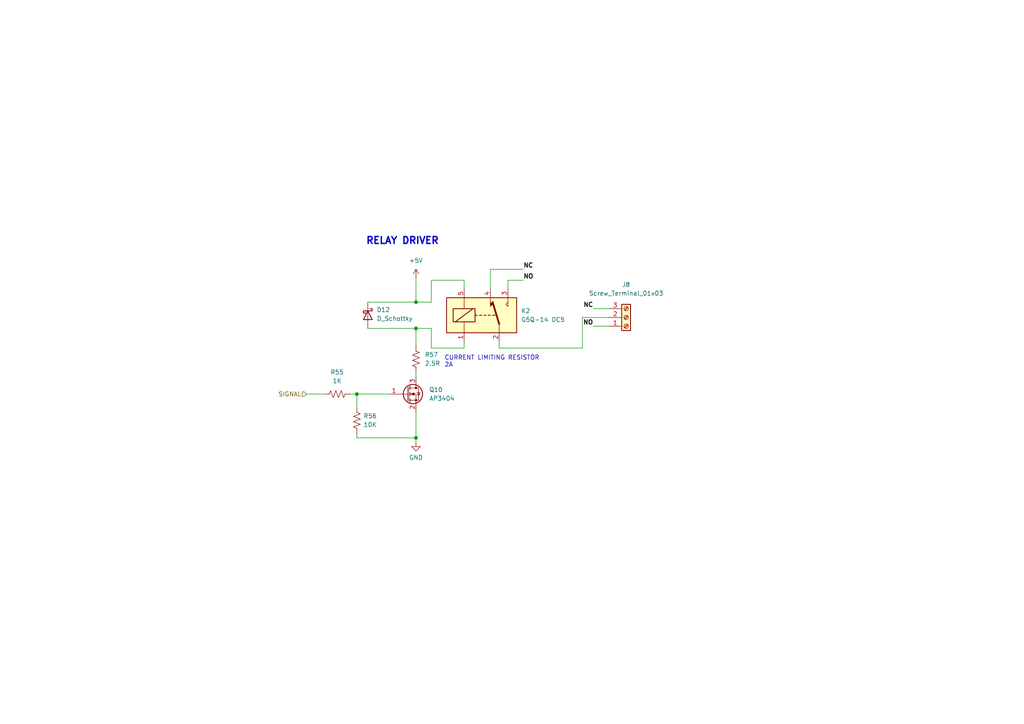
<source format=kicad_sch>
(kicad_sch (version 20230121) (generator eeschema)
  (paper "A4")
  (lib_symbols
    (symbol "Connector:Screw_Terminal_01x03" (pin_names (offset 1.016) hide)
      (property "Reference" "J" (at 0 5.08 0))
      (property "Value" "Screw_Terminal_01x03" (at 0 -5.08 0))
      (symbol "Screw_Terminal_01x03_1_1"
        (rectangle (start -1.27 3.81) (end 1.27 -3.81) (stroke (width 0.254)) (fill (type background)))
        (circle (center 0 -2.54) (radius 0.635) (stroke (width 0.1524)))
        (polyline (pts (xy -0.5334 -2.2098) (xy 0.3302 -3.048)) (stroke (width 0.1524)))
        (polyline (pts (xy -0.5334 0.3302) (xy 0.3302 -0.508)) (stroke (width 0.1524)))
        (polyline (pts (xy -0.5334 2.8702) (xy 0.3302 2.032)) (stroke (width 0.1524)))
        (polyline (pts (xy -0.3556 -2.032) (xy 0.508 -2.8702)) (stroke (width 0.1524)))
        (polyline (pts (xy -0.3556 0.508) (xy 0.508 -0.3302)) (stroke (width 0.1524)))
        (polyline (pts (xy -0.3556 3.048) (xy 0.508 2.2098)) (stroke (width 0.1524)))
        (circle (center 0 0) (radius 0.635) (stroke (width 0.1524)))
        (circle (center 0 2.54) (radius 0.635) (stroke (width 0.1524)))
        (pin passive line (at -5.08 2.54 0) (length 3.81) (name "Pin_1") (number "1"))
        (pin passive line (at -5.08 0 0) (length 3.81) (name "Pin_2") (number "2"))
        (pin passive line (at -5.08 -2.54 0) (length 3.81) (name "Pin_3") (number "3"))
      )
    )
    (symbol "Device:D_Schottky" (pin_numbers hide) (pin_names (offset 1.016) hide)
      (property "Reference" "D" (at 0 2.54 0))
      (property "Value" "D_Schottky" (at 0 -2.54 0))
      (symbol "D_Schottky_0_1"
        (polyline (pts (xy 1.27 0) (xy -1.27 0)))
        (polyline (pts (xy 1.27 1.27) (xy 1.27 -1.27) (xy -1.27 0) (xy 1.27 1.27)) (stroke (width 0.254)))
        (polyline (pts (xy -1.905 0.635) (xy -1.905 1.27) (xy -1.27 1.27) (xy -1.27 -1.27) (xy -0.635 -1.27) (xy -0.635 -0.635)) (stroke (width 0.254)))
      )
      (symbol "D_Schottky_1_1"
        (pin passive line (at -3.81 0 0) (length 2.54) (name "K") (number "1"))
        (pin passive line (at 3.81 0 180) (length 2.54) (name "A") (number "2"))
      )
    )
    (symbol "Device:Q_NMOS_GSD" (pin_names (offset 0) hide)
      (property "Reference" "Q" (at 5.08 1.27 0))
      (property "Value" "Q_NMOS_GSD" (at 5.08 -1.27 0))
      (symbol "Q_NMOS_GSD_0_1"
        (polyline (pts (xy 0.254 0) (xy -2.54 0)))
        (polyline (pts (xy 0.254 1.905) (xy 0.254 -1.905)) (stroke (width 0.254)))
        (polyline (pts (xy 0.762 -1.27) (xy 0.762 -2.286)) (stroke (width 0.254)))
        (polyline (pts (xy 0.762 0.508) (xy 0.762 -0.508)) (stroke (width 0.254)))
        (polyline (pts (xy 0.762 2.286) (xy 0.762 1.27)) (stroke (width 0.254)))
        (polyline (pts (xy 2.54 2.54) (xy 2.54 1.778)))
        (polyline (pts (xy 2.54 -2.54) (xy 2.54 0) (xy 0.762 0)))
        (polyline (pts (xy 0.762 -1.778) (xy 3.302 -1.778) (xy 3.302 1.778) (xy 0.762 1.778)))
        (polyline (pts (xy 1.016 0) (xy 2.032 0.381) (xy 2.032 -0.381) (xy 1.016 0)) (fill (type outline)))
        (polyline (pts (xy 2.794 0.508) (xy 2.921 0.381) (xy 3.683 0.381) (xy 3.81 0.254)))
        (polyline (pts (xy 3.302 0.381) (xy 2.921 -0.254) (xy 3.683 -0.254) (xy 3.302 0.381)))
        (circle (center 1.651 0) (radius 2.794) (stroke (width 0.254)))
        (circle (center 2.54 -1.778) (radius 0.254) (fill (type outline)))
        (circle (center 2.54 1.778) (radius 0.254) (fill (type outline)))
      )
      (symbol "Q_NMOS_GSD_1_1"
        (pin input line (at -5.08 0 0) (length 2.54) (name "G") (number "1"))
        (pin passive line (at 2.54 -5.08 90) (length 2.54) (name "S") (number "2"))
        (pin passive line (at 2.54 5.08 270) (length 2.54) (name "D") (number "3"))
      )
    )
    (symbol "Device:R_US" (pin_numbers hide) (pin_names (offset 0))
      (property "Reference" "R" (at 2.54 0 90))
      (property "Value" "R_US" (at -2.54 0 90))
      (symbol "R_US_0_1"
        (polyline (pts (xy 0 -2.286) (xy 0 -2.54)))
        (polyline (pts (xy 0 2.286) (xy 0 2.54)))
        (polyline (pts (xy 0 -0.762) (xy 1.016 -1.143) (xy 0 -1.524) (xy -1.016 -1.905) (xy 0 -2.286)))
        (polyline (pts (xy 0 0.762) (xy 1.016 0.381) (xy 0 0) (xy -1.016 -0.381) (xy 0 -0.762)))
        (polyline (pts (xy 0 2.286) (xy 1.016 1.905) (xy 0 1.524) (xy -1.016 1.143) (xy 0 0.762)))
      )
      (symbol "R_US_1_1"
        (pin passive line (at 0 3.81 270) (length 1.27) (name "~") (number "1"))
        (pin passive line (at 0 -3.81 90) (length 1.27) (name "~") (number "2"))
      )
    )
    (symbol "Relay:G5Q-1"
      (property "Reference" "K" (at 11.43 3.81 0))
      (property "Value" "G5Q-1" (at 11.43 1.27 0))
      (symbol "G5Q-1_0_0"
        (polyline (pts (xy 7.62 5.08) (xy 7.62 2.54) (xy 6.985 3.175) (xy 7.62 3.81)))
      )
      (symbol "G5Q-1_0_1"
        (rectangle (start -10.16 5.08) (end 10.16 -5.08) (stroke (width 0.254)) (fill (type background)))
        (rectangle (start -8.255 1.905) (end -1.905 -1.905) (stroke (width 0.254)))
        (polyline (pts (xy -7.62 -1.905) (xy -2.54 1.905)) (stroke (width 0.254)))
        (polyline (pts (xy -5.08 -5.08) (xy -5.08 -1.905)))
        (polyline (pts (xy -5.08 5.08) (xy -5.08 1.905)))
        (polyline (pts (xy -1.905 0) (xy -1.27 0)) (stroke (width 0.254)))
        (polyline (pts (xy -0.635 0) (xy 0 0)) (stroke (width 0.254)))
        (polyline (pts (xy 0.635 0) (xy 1.27 0)) (stroke (width 0.254)))
        (polyline (pts (xy 1.905 0) (xy 2.54 0)) (stroke (width 0.254)))
        (polyline (pts (xy 3.175 0) (xy 3.81 0)) (stroke (width 0.254)))
        (polyline (pts (xy 5.08 -2.54) (xy 3.175 3.81)) (stroke (width 0.508)))
        (polyline (pts (xy 5.08 -2.54) (xy 5.08 -5.08)))
        (polyline (pts (xy 2.54 5.08) (xy 2.54 2.54) (xy 3.175 3.175) (xy 2.54 3.81)) (fill (type outline)))
      )
      (symbol "G5Q-1_1_1"
        (pin passive line (at -5.08 -7.62 90) (length 2.54) (name "~") (number "1"))
        (pin passive line (at 5.08 -7.62 90) (length 2.54) (name "~") (number "2"))
        (pin passive line (at 7.62 7.62 270) (length 2.54) (name "~") (number "3"))
        (pin passive line (at 2.54 7.62 270) (length 2.54) (name "~") (number "4"))
        (pin passive line (at -5.08 7.62 270) (length 2.54) (name "~") (number "5"))
      )
    )
    (symbol "power:+5V" (power) (pin_names (offset 0))
      (property "Value" "+5V" (at 0 3.556 0))
      (symbol "+5V_0_1"
        (polyline (pts (xy -0.762 1.27) (xy 0 2.54)))
        (polyline (pts (xy 0 0) (xy 0 2.54)))
        (polyline (pts (xy 0 2.54) (xy 0.762 1.27)))
      )
      (symbol "+5V_1_1"
        (pin power_in line (at 0 0 90) (length 0) hide (name "+5V") (number "1"))
      )
    )
    (symbol "power:GND" (power) (pin_names (offset 0))
      (property "Value" "GND" (at 0 -3.81 0))
      (symbol "GND_0_1"
        (polyline (pts (xy 0 0) (xy 0 -1.27) (xy 1.27 -1.27) (xy 0 -2.54) (xy -1.27 -1.27) (xy 0 -1.27)))
      )
      (symbol "GND_1_1"
        (pin power_in line (at 0 0 270) (length 0) hide (name "GND") (number "1"))
      )
    )
  )
  (junction (at 103.505 114.3))
  (junction (at 120.65 95.25))
  (junction (at 120.65 127))
  (junction (at 120.65 87.63))
  (wire (pts (xy 125.095 95.25) (xy 125.095 100.965)))
  (wire (pts (xy 103.505 114.3) (xy 113.03 114.3)))
  (wire (pts (xy 168.91 92.075) (xy 176.53 92.075)))
  (wire (pts (xy 144.78 100.965) (xy 168.91 100.965)))
  (wire (pts (xy 106.68 87.63) (xy 120.65 87.63)))
  (wire (pts (xy 120.65 107.95) (xy 120.65 109.22)))
  (wire (pts (xy 147.32 83.82) (xy 147.32 81.28)))
  (wire (pts (xy 120.65 127) (xy 120.65 128.27)))
  (wire (pts (xy 125.095 81.28) (xy 134.62 81.28)))
  (wire (pts (xy 88.9 114.3) (xy 93.98 114.3)))
  (wire (pts (xy 103.505 114.3) (xy 103.505 118.11)))
  (wire (pts (xy 103.505 127) (xy 120.65 127)))
  (wire (pts (xy 120.65 95.25) (xy 125.095 95.25)))
  (wire (pts (xy 120.65 87.63) (xy 125.095 87.63)))
  (wire (pts (xy 142.24 83.82) (xy 142.24 78.105)))
  (wire (pts (xy 103.505 125.73) (xy 103.505 127)))
  (wire (pts (xy 125.095 87.63) (xy 125.095 81.28)))
  (wire (pts (xy 101.6 114.3) (xy 103.505 114.3)))
  (wire (pts (xy 147.32 81.28) (xy 151.765 81.28)))
  (wire (pts (xy 106.68 95.25) (xy 120.65 95.25)))
  (wire (pts (xy 125.095 100.965) (xy 134.62 100.965)))
  (wire (pts (xy 120.65 95.25) (xy 120.65 100.33)))
  (wire (pts (xy 176.53 89.535) (xy 172.085 89.535)))
  (wire (pts (xy 134.62 100.965) (xy 134.62 99.06)))
  (wire (pts (xy 176.53 94.615) (xy 172.085 94.615)))
  (wire (pts (xy 120.65 119.38) (xy 120.65 127)))
  (wire (pts (xy 168.91 100.965) (xy 168.91 92.075)))
  (wire (pts (xy 144.78 99.06) (xy 144.78 100.965)))
  (wire (pts (xy 142.24 78.105) (xy 151.765 78.105)))
  (wire (pts (xy 134.62 81.28) (xy 134.62 83.82)))
  (wire (pts (xy 120.65 80.645) (xy 120.65 87.63)))
  (text "CURRENT LIMITING RESISTOR\n2A" (at 128.905 106.68 0) (effects (font (size 1.27 1.27)) (justify left bottom)))
  (text "RELAY DRIVER\n" (at 106.045 71.12 0) (effects (font (size 2 2) (thickness 0.4) bold) (justify left bottom)))
  (label "NC" (at 172.085 89.535 180) (effects (font bold)))
  (label "NO" (at 151.765 81.28 0) (effects (font bold)))
  (label "NC" (at 151.765 78.105 0) (effects (font bold)))
  (label "NO" (at 172.085 94.615 180) (effects (font bold)))
  (hierarchical_label "SIGNAL" (shape input) (at 88.9 114.3 180))
  (symbol (lib_id "power:+5V") (at 120.65 80.645 0) (unit 1)
    (property "Reference" "#PWR0134" (effects hide))
    (property "Value" "+5V" (at 120.65 75.565 0))
    (instances (project "RpiPico_Agriboard" (path "" (reference "#PWR0134") (unit 1)) (path "" (reference "#PWR0132") (unit 1)) (path "" (reference "#PWR0136") (unit 1))))
  )
  (symbol (lib_id "Device:R_US") (at 97.79 114.3 90) (unit 1)
    (property "Reference" "R55" (at 97.79 107.95 90))
    (property "Value" "1K" (at 97.79 110.49 90))
    (property "Footprint" "Resistor_SMD:R_0402_1005Metric" (effects hide))
    (instances (project "RpiPico_Agriboard" (path "" (reference "R55") (unit 1)) (path "" (reference "R52") (unit 1)) (path "" (reference "R58") (unit 1))))
  )
  (symbol (lib_id "Device:R_US") (at 103.505 121.92 0) (unit 1)
    (property "Reference" "R56" (at 105.41 120.6499 0) (effects (justify left)))
    (property "Value" "10K" (at 105.41 123.1899 0) (effects (justify left)))
    (property "Footprint" "Resistor_SMD:R_0402_1005Metric" (effects hide))
    (instances (project "RpiPico_Agriboard" (path "" (reference "R56") (unit 1)) (path "" (reference "R53") (unit 1)) (path "" (reference "R59") (unit 1))))
  )
  (symbol (lib_id "Device:R_US") (at 120.65 104.14 0) (unit 1)
    (property "Reference" "R57" (at 123.19 102.8699 0) (effects (justify left)))
    (property "Value" "2.5R" (at 123.19 105.4099 0) (effects (justify left)))
    (property "Footprint" "Resistor_SMD:R_0402_1005Metric" (effects hide))
    (instances (project "RpiPico_Agriboard" (path "" (reference "R57") (unit 1)) (path "" (reference "R54") (unit 1)) (path "" (reference "R60") (unit 1))))
  )
  (symbol (lib_id "Device:Q_NMOS_GSD") (at 118.11 114.3 0) (unit 1)
    (property "Reference" "Q10" (at 124.46 113.0299 0) (effects (justify left)))
    (property "Value" "AP3404" (at 124.46 115.5699 0) (effects (justify left)))
    (property "Footprint" "Package_TO_SOT_SMD:SOT-23" (effects hide))
    (instances (project "RpiPico_Agriboard" (path "" (reference "Q10") (unit 1)) (path "" (reference "Q9") (unit 1)) (path "" (reference "Q11") (unit 1))))
  )
  (symbol (lib_id "Device:D_Schottky") (at 106.68 91.44 270) (unit 1)
    (property "Reference" "D12" (at 109.22 89.8524 90) (effects (justify left)))
    (property "Value" "D_Schottky" (at 109.22 92.3924 90) (effects (justify left)))
    (property "Footprint" "Diode_SMD:D_SOD-123" (effects hide))
    (instances (project "RpiPico_Agriboard" (path "" (reference "D12") (unit 1)) (path "" (reference "D10") (unit 1)) (path "" (reference "D13") (unit 1))))
  )
  (symbol (lib_id "Relay:G5Q-1") (at 139.7 91.44 0) (unit 1)
    (property "Reference" "K2" (at 151.13 90.1699 0) (effects (justify left)))
    (property "Value" "G5Q-14 DC5" (at 151.13 92.7099 0) (effects (justify left)))
    (property "Footprint" "Relay_THT:Relay_SPDT_Omron-G5Q-1" (effects hide))
    (property "Datasheet" "https://www.omron.com/ecb/products/pdf/en-g5q.pdf" (effects hide))
    (instances (project "RpiPico_Agriboard" (path "" (reference "K2") (unit 1)) (path "" (reference "K1") (unit 1)) (path "" (reference "K3") (unit 1))))
  )
  (symbol (lib_id "Connector:Screw_Terminal_01x03") (at 181.61 92.075 0) (mirror x) (unit 1)
    (property "Reference" "J8" (at 181.61 82.55 0))
    (property "Value" "Screw_Terminal_01x03" (at 181.61 85.09 0))
    (property "Footprint" "TerminalBlock_Phoenix:TerminalBlock_Phoenix_PT-1,5-3-5.0-H_1x03_P5.00mm_Horizontal" (effects hide))
    (instances (project "RpiPico_Agriboard" (path "" (reference "J8") (unit 1)) (path "" (reference "J6") (unit 1)) (path "" (reference "J10") (unit 1))))
  )
  (symbol (lib_id "power:GND") (at 120.65 128.27 0) (unit 1)
    (property "Reference" "#PWR0135" (effects hide))
    (property "Value" "GND" (at 120.65 132.715 0))
    (instances (project "RpiPico_Agriboard" (path "" (reference "#PWR0135") (unit 1)) (path "" (reference "#PWR0133") (unit 1)) (path "" (reference "#PWR0137") (unit 1))))
  )
)
</source>
